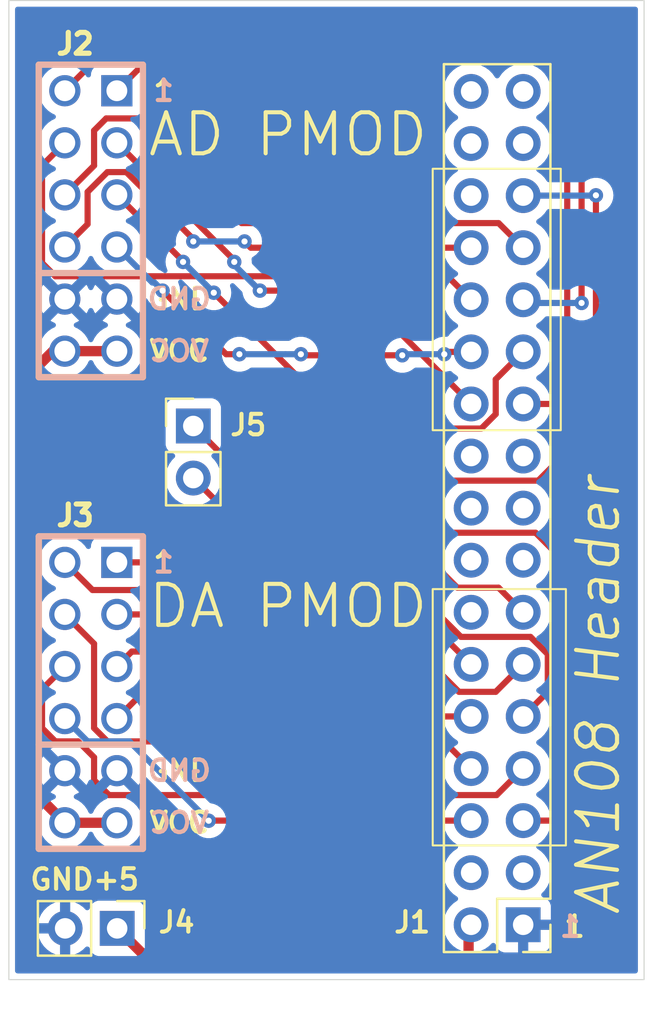
<source format=kicad_pcb>
(kicad_pcb (version 20240108) (generator "pcbnew") (generator_version "8.0")
  (layers (0 "F.Cu" signal) (31 "B.Cu" power) (34 "B.Paste" user) (35 "F.Paste" user) (36 "B.SilkS" user "B.Silkscreen") (37 "F.SilkS" user "F.Silkscreen") (38 "B.Mask" user) (39 "F.Mask" user) (44 "Edge.Cuts" user))
  (net 0 "")
  (net 3 "da_7")
  (net 4 "GND")
  (net 5 "da_6")
  (net 6 "+5V")
  (net 9 "da_clk")
  (net 11 "ad_6")
  (net 13 "ad_4")
  (net 14 "ad_3")
  (net 15 "da_3")
  (net 16 "ad_7")
  (net 19 "da_5")
  (net 20 "da_0")
  (net 22 "ad_1")
  (net 24 "da_4")
  (net 25 "ad_2")
  (net 26 "da_2")
  (net 28 "ad_0")
  (net 31 "ad_5")
  (net 33 "ad_clk")
  (net 34 "da_1")
  (net 35 "+3.3V")
  (footprint "Library:pmod_pin_array_6x2" (layer "F.Cu") (at 130.565 103.045)
    (property "Reference" "J3" (at -0.762 -8.636 0) (layer "F.SilkS") (effects (font (size 1.016 1.016) (thickness 0.254))))
    (property "Value" "DA_PMOD" (hide yes))
    (fp_line (start -2.54 -7.62) (end -2.54 7.62) (stroke (width 0.3048)) (layer "B.SilkS"))
    (fp_line (start -2.54 7.62) (end 2.54 7.62) (stroke (width 0.3048)) (layer "B.SilkS"))
    (fp_line (start 2.54 -7.62) (end -2.54 -7.62) (stroke (width 0.3048)) (layer "B.SilkS"))
    (fp_line (start 2.54 2.54) (end -2.54 2.54) (stroke (width 0.3048)) (layer "B.SilkS"))
    (fp_line (start 2.54 7.62) (end 2.54 -7.62) (stroke (width 0.3048)) (layer "B.SilkS"))
    (fp_line (start -2.54 -7.62) (end -2.54 7.62) (stroke (width 0.3048)) (layer "F.SilkS"))
    (fp_line (start -2.54 7.62) (end 2.54 7.62) (stroke (width 0.3048)) (layer "F.SilkS"))
    (fp_line (start 2.54 -7.62) (end -2.54 -7.62) (stroke (width 0.3048)) (layer "F.SilkS"))
    (fp_line (start 2.54 2.54) (end -2.54 2.54) (stroke (width 0.3048)) (layer "F.SilkS"))
    (fp_line (start 2.54 7.62) (end 2.54 -7.62) (stroke (width 0.3048)) (layer "F.SilkS"))
    (fp_text user "VCC" (at 4.318 6.35 0) (layer "B.SilkS") (effects (font (thickness 0.2)) (justify mirror)))
    (fp_text user "GND" (at 4.318 3.81 0) (layer "B.SilkS") (effects (font (thickness 0.2)) (justify mirror)))
    (fp_text user "1" (at 3.556 -6.35 0) (layer "B.SilkS") (effects (font (thickness 0.2)) (justify mirror)))
    (fp_text user "GND" (at 4.318 3.81 0) (layer "F.SilkS") (effects (font (thickness 0.2))))
    (fp_text user "1" (at 3.556 -6.35 0) (layer "F.SilkS") (effects (font (thickness 0.2))))
    (fp_text user "VCC" (at 4.318 6.35 0) (layer "F.SilkS") (effects (font (thickness 0.2))))
    (pad "1" thru_hole rect (at 1.27 -6.35) (size 1.524 1.524) (drill 1.016) (layers "*.Cu" "*.Mask") (net 20 "da_0"))
    (pad "2" thru_hole circle (at 1.27 -3.81 270) (size 1.524 1.524) (drill 1.016) (layers "*.Cu" "*.Mask") (net 34 "da_1"))
    (pad "3" thru_hole circle (at 1.27 -1.27 270) (size 1.524 1.524) (drill 1.016) (layers "*.Cu" "*.Mask") (net 26 "da_2"))
    (pad "4" thru_hole circle (at 1.27 1.27 270) (size 1.524 1.524) (drill 1.016) (layers "*.Cu" "*.Mask") (net 15 "da_3"))
    (pad "5" thru_hole circle (at 1.27 3.81 270) (size 1.524 1.524) (drill 1.016) (layers "*.Cu" "*.Mask") (net 4 "GND"))
    (pad "6" thru_hole circle (at 1.27 6.35 270) (size 1.524 1.524) (drill 1.016) (layers "*.Cu" "*.Mask") (net 35 "+3.3V"))
    (pad "7" thru_hole circle (at -1.27 -6.35 270) (size 1.524 1.524) (drill 1.016) (layers "*.Cu" "*.Mask") (net 24 "da_4"))
    (pad "8" thru_hole circle (at -1.27 -3.81 270) (size 1.524 1.524) (drill 1.016) (layers "*.Cu" "*.Mask") (net 19 "da_5"))
    (pad "9" thru_hole circle (at -1.27 -1.27 270) (size 1.524 1.524) (drill 1.016) (layers "*.Cu" "*.Mask") (net 5 "da_6"))
    (pad "10" thru_hole circle (at -1.27 1.27 270) (size 1.524 1.524) (drill 1.016) (layers "*.Cu" "*.Mask") (net 3 "da_7"))
    (pad "11" thru_hole circle (at -1.27 3.81 270) (size 1.524 1.524) (drill 1.016) (layers "*.Cu" "*.Mask") (net 4 "GND"))
    (pad "12" thru_hole circle (at -1.27 6.35 270) (size 1.524 1.524) (drill 1.016) (layers "*.Cu" "*.Mask") (net 35 "+3.3V"))
  )
  (footprint "Connector_PinHeader_2.54mm:PinHeader_2x17_P2.54mm_Vertical" (layer "F.Cu") (at 151.665 114.37 180)
    (property "Reference" "J1" (at 5.415 0.12 180) (layer "F.SilkS") (effects (font (thickness 0.2) (bold yes))))
    (property "Value" "AN108 Header")
    (fp_line (start 3.87 -1.33) (end 3.87 41.97) (stroke (width 0.12)) (layer "F.SilkS"))
    (fp_line (start 1.27 1.27) (end 1.27 -1.33) (stroke (width 0.12)) (layer "F.SilkS"))
    (fp_line (start 1.27 -1.33) (end 3.87 -1.33) (stroke (width 0.12)) (layer "F.SilkS"))
    (fp_line (start -1.33 41.97) (end 3.87 41.97) (stroke (width 0.12)) (layer "F.SilkS"))
    (fp_line (start -1.33 1.27) (end 1.27 1.27) (stroke (width 0.12)) (layer "F.SilkS"))
    (fp_line (start -1.33 1.27) (end -1.33 41.97) (stroke (width 0.12)) (layer "F.SilkS"))
    (fp_line (start -1.33 0) (end -1.33 -1.33) (stroke (width 0.12)) (layer "F.SilkS"))
    (fp_line (start -1.33 -1.33) (end 0 -1.33) (stroke (width 0.12)) (layer "F.SilkS"))
    (pad "1" thru_hole rect (at 0 0 180) (size 1.7 1.7) (drill 1) (layers "*.Cu" "*.Mask") (net 4 "GND"))
    (pad "2" thru_hole oval (at 2.54 0 180) (size 1.7 1.7) (drill 1) (layers "*.Cu" "*.Mask") (net 6 "+5V"))
    (pad "3" thru_hole oval (at 0 2.54 180) (size 1.7 1.7) (drill 1) (layers "*.Cu" "*.Mask"))
    (pad "4" thru_hole oval (at 2.54 2.54 180) (size 1.7 1.7) (drill 1) (layers "*.Cu" "*.Mask"))
    (pad "5" thru_hole oval (at 0 5.08 180) (size 1.7 1.7) (drill 1) (layers "*.Cu" "*.Mask") (net 9 "da_clk"))
    (pad "6" thru_hole oval (at 2.54 5.08 180) (size 1.7 1.7) (drill 1) (layers "*.Cu" "*.Mask") (net 3 "da_7"))
    (pad "7" thru_hole oval (at 0 7.62 180) (size 1.7 1.7) (drill 1) (layers "*.Cu" "*.Mask") (net 5 "da_6"))
    (pad "8" thru_hole oval (at 2.54 7.62 180) (size 1.7 1.7) (drill 1) (layers "*.Cu" "*.Mask") (net 19 "da_5"))
    (pad "9" thru_hole oval (at 0 10.16 180) (size 1.7 1.7) (drill 1) (layers "*.Cu" "*.Mask") (net 24 "da_4"))
    (pad "10" thru_hole oval (at 2.54 10.16 180) (size 1.7 1.7) (drill 1) (layers "*.Cu" "*.Mask") (net 15 "da_3"))
    (pad "11" thru_hole oval (at 0 12.7 180) (size 1.7 1.7) (drill 1) (layers "*.Cu" "*.Mask") (net 26 "da_2"))
    (pad "12" thru_hole oval (at 2.54 12.7 180) (size 1.7 1.7) (drill 1) (layers "*.Cu" "*.Mask") (net 34 "da_1"))
    (pad "13" thru_hole oval (at 0 15.24 180) (size 1.7 1.7) (drill 1) (layers "*.Cu" "*.Mask") (net 20 "da_0"))
    (pad "14" thru_hole oval (at 2.54 15.24 180) (size 1.7 1.7) (drill 1) (layers "*.Cu" "*.Mask"))
    (pad "15" thru_hole oval (at 0 17.78 180) (size 1.7 1.7) (drill 1) (layers "*.Cu" "*.Mask"))
    (pad "16" thru_hole oval (at 2.54 17.78 180) (size 1.7 1.7) (drill 1) (layers "*.Cu" "*.Mask"))
    (pad "17" thru_hole oval (at 0 20.32 180) (size 1.7 1.7) (drill 1) (layers "*.Cu" "*.Mask"))
    (pad "18" thru_hole oval (at 2.54 20.32 180) (size 1.7 1.7) (drill 1) (layers "*.Cu" "*.Mask"))
    (pad "19" thru_hole oval (at 0 22.86 180) (size 1.7 1.7) (drill 1) (layers "*.Cu" "*.Mask"))
    (pad "20" thru_hole oval (at 2.54 22.86 180) (size 1.7 1.7) (drill 1) (layers "*.Cu" "*.Mask"))
    (pad "21" thru_hole oval (at 0 25.4 180) (size 1.7 1.7) (drill 1) (layers "*.Cu" "*.Mask") (net 28 "ad_0"))
    (pad "22" thru_hole oval (at 2.54 25.4 180) (size 1.7 1.7) (drill 1) (layers "*.Cu" "*.Mask") (net 22 "ad_1"))
    (pad "23" thru_hole oval (at 0 27.94 180) (size 1.7 1.7) (drill 1) (layers "*.Cu" "*.Mask") (net 25 "ad_2"))
    (pad "24" thru_hole oval (at 2.54 27.94 180) (size 1.7 1.7) (drill 1) (layers "*.Cu" "*.Mask") (net 14 "ad_3"))
    (pad "25" thru_hole oval (at 0 30.48 180) (size 1.7 1.7) (drill 1) (layers "*.Cu" "*.Mask") (net 13 "ad_4"))
    (pad "26" thru_hole oval (at 2.54 30.48 180) (size 1.7 1.7) (drill 1) (layers "*.Cu" "*.Mask") (net 31 "ad_5"))
    (pad "27" thru_hole oval (at 0 33.02 180) (size 1.7 1.7) (drill 1) (layers "*.Cu" "*.Mask") (net 11 "ad_6"))
    (pad "28" thru_hole oval (at 2.54 33.02 180) (size 1.7 1.7) (drill 1) (layers "*.Cu" "*.Mask") (net 16 "ad_7"))
    (pad "29" thru_hole oval (at 0 35.56 180) (size 1.7 1.7) (drill 1) (layers "*.Cu" "*.Mask") (net 33 "ad_clk"))
    (pad "30" thru_hole oval (at 2.54 35.56 180) (size 1.7 1.7) (drill 1) (layers "*.Cu" "*.Mask"))
    (pad "31" thru_hole oval (at 0 38.1 180) (size 1.7 1.7) (drill 1) (layers "*.Cu" "*.Mask"))
    (pad "32" thru_hole oval (at 2.54 38.1 180) (size 1.7 1.7) (drill 1) (layers "*.Cu" "*.Mask"))
    (pad "33" thru_hole oval (at 0 40.64 180) (size 1.7 1.7) (drill 1) (layers "*.Cu" "*.Mask"))
    (pad "34" thru_hole oval (at 2.54 40.64 180) (size 1.7 1.7) (drill 1) (layers "*.Cu" "*.Mask"))
  )
  (footprint "Connector_PinHeader_2.54mm:PinHeader_1x02_P2.54mm_Vertical" (layer "F.Cu") (at 135.565 90.045)
    (property "Reference" "J5" (at 2.685 -0.045 0) (layer "F.SilkS") (effects (font (thickness 0.2))))
    (property "Value" "Conn_01x02")
    (fp_line (start -1.33 -1.33) (end 0 -1.33) (stroke (width 0.12)) (layer "F.SilkS"))
    (fp_line (start -1.33 0) (end -1.33 -1.33) (stroke (width 0.12)) (layer "F.SilkS"))
    (fp_line (start -1.33 1.27) (end -1.33 3.87) (stroke (width 0.12)) (layer "F.SilkS"))
    (fp_line (start -1.33 1.27) (end 1.33 1.27) (stroke (width 0.12)) (layer "F.SilkS"))
    (fp_line (start -1.33 3.87) (end 1.33 3.87) (stroke (width 0.12)) (layer "F.SilkS"))
    (fp_line (start 1.33 1.27) (end 1.33 3.87) (stroke (width 0.12)) (layer "F.SilkS"))
    (pad "1" thru_hole rect (at 0 0) (size 1.7 1.7) (drill 1) (layers "*.Cu" "*.Mask") (net 33 "ad_clk"))
    (pad "2" thru_hole oval (at 0 2.54) (size 1.7 1.7) (drill 1) (layers "*.Cu" "*.Mask") (net 9 "da_clk"))
  )
  (footprint "Connector_PinHeader_2.54mm:PinHeader_1x02_P2.54mm_Vertical" (layer "F.Cu") (at 131.85 114.545 -90)
    (property "Reference" "J4" (at -0.295 -2.9 0) (layer "F.SilkS") (effects (font (thickness 0.2))))
    (property "Value" "Conn_01x02")
    (fp_line (start -1.33 3.87) (end 1.33 3.87) (stroke (width 0.12)) (layer "F.SilkS"))
    (fp_line (start -1.33 1.27) (end -1.33 3.87) (stroke (width 0.12)) (layer "F.SilkS"))
    (fp_line (start -1.33 1.27) (end 1.33 1.27) (stroke (width 0.12)) (layer "F.SilkS"))
    (fp_line (start 1.33 1.27) (end 1.33 3.87) (stroke (width 0.12)) (layer "F.SilkS"))
    (fp_line (start -1.33 0) (end -1.33 -1.33) (stroke (width 0.12)) (layer "F.SilkS"))
    (fp_line (start -1.33 -1.33) (end 0 -1.33) (stroke (width 0.12)) (layer "F.SilkS"))
    (pad "1" thru_hole rect (at 0 0 270) (size 1.7 1.7) (drill 1) (layers "*.Cu" "*.Mask") (net 6 "+5V"))
    (pad "2" thru_hole oval (at 0 2.54 270) (size 1.7 1.7) (drill 1) (layers "*.Cu" "*.Mask") (net 4 "GND"))
  )
  (footprint "Library:pmod_pin_array_6x2" (layer "F.Cu") (at 130.565 80.045)
    (property "Reference" "J2" (at -0.762 -8.636 0) (layer "F.SilkS") (effects (font (size 1.016 1.016) (thickness 0.254))))
    (property "Value" "AD PMOD" (hide yes))
    (fp_line (start -2.54 -7.62) (end -2.54 7.62) (stroke (width 0.3048)) (layer "B.SilkS"))
    (fp_line (start -2.54 7.62) (end 2.54 7.62) (stroke (width 0.3048)) (layer "B.SilkS"))
    (fp_line (start 2.54 -7.62) (end -2.54 -7.62) (stroke (width 0.3048)) (layer "B.SilkS"))
    (fp_line (start 2.54 2.54) (end -2.54 2.54) (stroke (width 0.3048)) (layer "B.SilkS"))
    (fp_line (start 2.54 7.62) (end 2.54 -7.62) (stroke (width 0.3048)) (layer "B.SilkS"))
    (fp_line (start -2.54 -7.62) (end -2.54 7.62) (stroke (width 0.3048)) (layer "F.SilkS"))
    (fp_line (start -2.54 7.62) (end 2.54 7.62) (stroke (width 0.3048)) (layer "F.SilkS"))
    (fp_line (start 2.54 -7.62) (end -2.54 -7.62) (stroke (width 0.3048)) (layer "F.SilkS"))
    (fp_line (start 2.54 2.54) (end -2.54 2.54) (stroke (width 0.3048)) (layer "F.SilkS"))
    (fp_line (start 2.54 7.62) (end 2.54 -7.62) (stroke (width 0.3048)) (layer "F.SilkS"))
    (fp_text user "GND" (at 4.318 3.81 0) (layer "B.SilkS") (effects (font (thickness 0.2)) (justify mirror)))
    (fp_text user "VCC" (at 4.318 6.35 0) (layer "B.SilkS") (effects (font (thickness 0.2)) (justify mirror)))
    (fp_text user "1" (at 3.556 -6.35 0) (layer "B.SilkS") (effects (font (thickness 0.2)) (justify mirror)))
    (fp_text user "VCC" (at 4.318 6.35 0) (layer "F.SilkS") (effects (font (thickness 0.2))))
    (fp_text user "1" (at 3.556 -6.35 0) (layer "F.SilkS") (effects (font (thickness 0.2))))
    (fp_text user "GND" (at 4.318 3.81 0) (layer "F.SilkS") (effects (font (thickness 0.2))))
    (pad "1" thru_hole rect (at 1.27 -6.35) (size 1.524 1.524) (drill 1.016) (layers "*.Cu" "*.Mask") (net 28 "ad_0"))
    (pad "2" thru_hole circle (at 1.27 -3.81 270) (size 1.524 1.524) (drill 1.016) (layers "*.Cu" "*.Mask") (net 22 "ad_1"))
    (pad "3" thru_hole circle (at 1.27 -1.27 270) (size 1.524 1.524) (drill 1.016) (layers "*.Cu" "*.Mask") (net 25 "ad_2"))
    (pad "4" thru_hole circle (at 1.27 1.27 270) (size 1.524 1.524) (drill 1.016) (layers "*.Cu" "*.Mask") (net 14 "ad_3"))
    (pad "5" thru_hole circle (at 1.27 3.81 270) (size 1.524 1.524) (drill 1.016) (layers "*.Cu" "*.Mask") (net 4 "GND"))
    (pad "6" thru_hole circle (at 1.27 6.35 270) (size 1.524 1.524) (drill 1.016) (layers "*.Cu" "*.Mask") (net 35 "+3.3V"))
    (pad "7" thru_hole circle (at -1.27 -6.35 270) (size 1.524 1.524) (drill 1.016) (layers "*.Cu" "*.Mask") (net 13 "ad_4"))
    (pad "8" thru_hole circle (at -1.27 -3.81 270) (size 1.524 1.524) (drill 1.016) (layers "*.Cu" "*.Mask") (net 31 "ad_5"))
    (pad "9" thru_hole circle (at -1.27 -1.27 270) (size 1.524 1.524) (drill 1.016) (layers "*.Cu" "*.Mask") (net 11 "ad_6"))
    (pad "10" thru_hole circle (at -1.27 1.27 270) (size 1.524 1.524) (drill 1.016) (layers "*.Cu" "*.Mask") (net 16 "ad_7"))
    (pad "11" thru_hole circle (at -1.27 3.81 270) (size 1.524 1.524) (drill 1.016) (layers "*.Cu" "*.Mask") (net 4 "GND"))
    (pad "12" thru_hole circle (at -1.27 6.35 270) (size 1.524 1.524) (drill 1.016) (layers "*.Cu" "*.Mask") (net 35 "+3.3V"))
  )
  (gr_rect (start 147.25 98) (end 153.75 110.5) (stroke (width 0.1)) (fill none) (layer "F.SilkS"))
  (gr_rect (start 147.25 77.5) (end 153.5 90.25) (stroke (width 0.1)) (fill none) (layer "F.SilkS"))
  (gr_rect (start 126.565 69.295) (end 157.565 117.045) (stroke (width 0.05)) (fill none) (layer "Edge.Cuts"))
  (gr_text "1" (at 154.565 115.045 0) (layer "B.SilkS") (effects (font (size 1 1) (thickness 0.2)) (justify left bottom mirror)))
  (gr_text "AD PMOD" (at 133.25 77 0) (layer "F.SilkS") (effects (font (size 2 2) (thickness 0.2) (bold yes)) (justify left bottom)))
  (gr_text "+5" (at 130.575 112.745 0) (layer "F.SilkS") (effects (font (size 1 1) (thickness 0.2) (bold yes)) (justify left bottom)))
  (gr_text "AN108 Header" (at 156.5 114 90) (layer "F.SilkS") (effects (font (size 2 2) (thickness 0.2) (italic yes)) (justify left bottom)))
  (gr_text "GND" (at 127.5 112.745 0) (layer "F.SilkS") (effects (font (size 1 1) (thickness 0.2) (bold yes)) (justify left bottom)))
  (gr_text "1" (at 153.565 115.045 0) (layer "F.SilkS") (effects (font (size 1 1) (thickness 0.2)) (justify left bottom)))
  (gr_text "DA PMOD" (at 133.25 100 0) (layer "F.SilkS") (effects (font (size 2 2) (thickness 0.2)) (justify left bottom)))
  (segment (start 136.32 109.29) (end 149.125 109.29) (width 0.3) (layer "F.Cu") (net 3))
  (segment (start 136.315 109.295) (end 136.32 109.29) (width 0.3) (layer "F.Cu") (net 3))
  (via (at 136.315 109.295) (size 0.7) (drill 0.3) (layers "F.Cu" "B.Cu") (net 3))
  (segment (start 132.447 105.427) (end 136.315 109.295) (width 0.3) (layer "B.Cu") (net 3))
  (segment (start 130.407 105.427) (end 132.447 105.427) (width 0.3) (layer "B.Cu") (net 3))
  (segment (start 129.295 104.315) (end 130.407 105.427) (width 0.3) (layer "B.Cu") (net 3))
  (segment (start 150.37 108.045) (end 151.665 106.75) (width 0.3) (layer "F.Cu") (net 5))
  (segment (start 129.947 105.427) (end 130.723 106.203) (width 0.3) (layer "F.Cu") (net 5))
  (segment (start 128.183 104.775606) (end 128.834394 105.427) (width 0.3) (layer "F.Cu") (net 5))
  (segment (start 130.723 107.315606) (end 131.452394 108.045) (width 0.3) (layer "F.Cu") (net 5))
  (segment (start 128.834394 105.427) (end 129.947 105.427) (width 0.3) (layer "F.Cu") (net 5))
  (segment (start 130.723 106.203) (end 130.723 107.315606) (width 0.3) (layer "F.Cu") (net 5))
  (segment (start 129.295 101.775) (end 128.183 102.887) (width 0.3) (layer "F.Cu") (net 5))
  (segment (start 128.183 102.887) (end 128.183 104.775606) (width 0.3) (layer "F.Cu") (net 5))
  (segment (start 131.452394 108.045) (end 150.37 108.045) (width 0.3) (layer "F.Cu") (net 5))
  (segment (start 149 116) (end 149 114.495) (width 0.5) (layer "F.Cu") (net 6))
  (segment (start 149 114.495) (end 149.125 114.37) (width 0.5) (layer "F.Cu") (net 6))
  (segment (start 131.85 114.545) (end 133.305 116) (width 0.5) (layer "F.Cu") (net 6))
  (segment (start 133.305 116) (end 149 116) (width 0.5) (layer "F.Cu") (net 6))
  (segment (start 138.23 95.25) (end 152.27 95.25) (width 0.3) (layer "F.Cu") (net 9))
  (segment (start 152.27 95.25) (end 153.565 96.545) (width 0.3) (layer "F.Cu") (net 9))
  (segment (start 153.565 109.045) (end 153.32 109.29) (width 0.3) (layer "F.Cu") (net 9))
  (segment (start 135.565 92.585) (end 138.23 95.25) (width 0.3) (layer "F.Cu") (net 9))
  (segment (start 153.32 109.29) (end 151.665 109.29) (width 0.3) (layer "F.Cu") (net 9))
  (segment (start 153.565 96.545) (end 153.565 109.045) (width 0.3) (layer "F.Cu") (net 9))
  (segment (start 130.723 75.637) (end 131.315 75.045) (width 0.3) (layer "F.Cu") (net 11))
  (segment (start 130.723 77.347) (end 130.723 75.637) (width 0.3) (layer "F.Cu") (net 11))
  (segment (start 150.465 80.15) (end 151.665 81.35) (width 0.3) (layer "F.Cu") (net 11))
  (segment (start 137.92 80.15) (end 150.465 80.15) (width 0.3) (layer "F.Cu") (net 11))
  (segment (start 132.815 75.045) (end 137.92 80.15) (width 0.3) (layer "F.Cu") (net 11))
  (segment (start 129.295 78.775) (end 130.723 77.347) (width 0.3) (layer "F.Cu") (net 11))
  (segment (start 131.315 75.045) (end 132.815 75.045) (width 0.3) (layer "F.Cu") (net 11))
  (segment (start 154.065 71.045) (end 154.515 71.495) (width 0.3) (layer "F.Cu") (net 13))
  (segment (start 154.515 71.495) (end 154.515 84.045) (width 0.3) (layer "F.Cu") (net 13))
  (segment (start 129.295 73.695) (end 131.945 71.045) (width 0.3) (layer "F.Cu") (net 13))
  (segment (start 131.945 71.045) (end 154.065 71.045) (width 0.3) (layer "F.Cu") (net 13))
  (via (at 154.515 84.045) (size 0.7) (drill 0.3) (layers "F.Cu" "B.Cu") (net 13))
  (segment (start 151.82 84.045) (end 151.665 83.89) (width 0.3) (layer "B.Cu") (net 13))
  (segment (start 154.515 84.045) (end 151.82 84.045) (width 0.3) (layer "B.Cu") (net 13))
  (segment (start 145.762525 86.597475) (end 140.867475 86.597475) (width 0.3) (layer "F.Cu") (net 14))
  (segment (start 140.867475 86.597475) (end 140.815 86.545) (width 0.3) (layer "F.Cu") (net 14))
  (segment (start 137.815 86.545) (end 137.167 86.545) (width 0.3) (layer "F.Cu") (net 14))
  (segment (start 147.93 86.43) (end 147.815 86.545) (width 0.3) (layer "F.Cu") (net 14))
  (segment (start 149.125 86.43) (end 147.93 86.43) (width 0.3) (layer "F.Cu") (net 14))
  (segment (start 137.167 86.545) (end 134.065 83.443) (width 0.3) (layer "F.Cu") (net 14))
  (via (at 140.815 86.545) (size 0.7) (drill 0.3) (layers "F.Cu" "B.Cu") (net 14))
  (via (at 134.065 83.443) (size 0.7) (drill 0.3) (layers "F.Cu" "B.Cu") (net 14))
  (via (at 147.815 86.545) (size 0.7) (drill 0.3) (layers "F.Cu" "B.Cu") (net 14))
  (via (at 145.762525 86.597475) (size 0.7) (drill 0.3) (layers "F.Cu" "B.Cu") (net 14))
  (via (at 137.815 86.545) (size 0.7) (drill 0.3) (layers "F.Cu" "B.Cu") (net 14))
  (segment (start 140.065 86.545) (end 137.815 86.545) (width 0.3) (layer "B.Cu") (net 14))
  (segment (start 147.815 86.545) (end 145.815 86.545) (width 0.3) (layer "B.Cu") (net 14))
  (segment (start 133.667 83.045) (end 133.565 83.045) (width 0.3) (layer "B.Cu") (net 14))
  (segment (start 145.815 86.545) (end 145.762525 86.597475) (width 0.3) (layer "B.Cu") (net 14))
  (segment (start 140.815 86.545) (end 140.065 86.545) (width 0.3) (layer "B.Cu") (net 14))
  (segment (start 133.565 83.045) (end 131.835 81.315) (width 0.3) (layer "B.Cu") (net 14))
  (segment (start 134.065 83.443) (end 133.667 83.045) (width 0.3) (layer "B.Cu") (net 14))
  (segment (start 131.835 104.315) (end 133.105 103.045) (width 0.3) (layer "F.Cu") (net 15))
  (segment (start 145.565 103.045) (end 146.73 104.21) (width 0.3) (layer "F.Cu") (net 15))
  (segment (start 146.73 104.21) (end 149.125 104.21) (width 0.3) (layer "F.Cu") (net 15))
  (segment (start 133.105 103.045) (end 145.565 103.045) (width 0.3) (layer "F.Cu") (net 15))
  (segment (start 135.565 80.932394) (end 135.565 81.045) (width 0.3) (layer "F.Cu") (net 16))
  (segment (start 131.374394 77.663) (end 132.295606 77.663) (width 0.3) (layer "F.Cu") (net 16))
  (segment (start 129.295 81.315) (end 130.407 80.203) (width 0.3) (layer "F.Cu") (net 16))
  (segment (start 130.407 78.630394) (end 131.374394 77.663) (width 0.3) (layer "F.Cu") (net 16))
  (segment (start 138.37 81.35) (end 149.125 81.35) (width 0.3) (layer "F.Cu") (net 16))
  (segment (start 132.295606 77.663) (end 135.565 80.932394) (width 0.3) (layer "F.Cu") (net 16))
  (segment (start 138.065 81.045) (end 138.37 81.35) (width 0.3) (layer "F.Cu") (net 16))
  (segment (start 130.407 80.203) (end 130.407 78.630394) (width 0.3) (layer "F.Cu") (net 16))
  (via (at 135.565 81.045) (size 0.7) (drill 0.3) (layers "F.Cu" "B.Cu") (net 16))
  (via (at 138.065 81.045) (size 0.7) (drill 0.3) (layers "F.Cu" "B.Cu") (net 16))
  (segment (start 135.565 81.045) (end 138.065 81.045) (width 0.3) (layer "B.Cu") (net 16))
  (segment (start 131.374394 105.427) (end 147.802 105.427) (width 0.3) (layer "F.Cu") (net 19))
  (segment (start 130.723 100.663) (end 130.723 104.775606) (width 0.3) (layer "F.Cu") (net 19))
  (segment (start 147.802 105.427) (end 149.125 106.75) (width 0.3) (layer "F.Cu") (net 19))
  (segment (start 129.295 99.235) (end 130.723 100.663) (width 0.3) (layer "F.Cu") (net 19))
  (segment (start 130.723 104.775606) (end 131.374394 105.427) (width 0.3) (layer "F.Cu") (net 19))
  (segment (start 148.45 97.93) (end 150.465 97.93) (width 0.3) (layer "F.Cu") (net 20))
  (segment (start 147.215 96.695) (end 148.45 97.93) (width 0.3) (layer "F.Cu") (net 20))
  (segment (start 150.465 97.93) (end 151.665 99.13) (width 0.3) (layer "F.Cu") (net 20))
  (segment (start 131.835 96.695) (end 147.215 96.695) (width 0.3) (layer "F.Cu") (net 20))
  (segment (start 137.565 81.965) (end 137.565 82.043) (width 0.3) (layer "F.Cu") (net 22))
  (segment (start 138.815 83.443) (end 143.598 83.443) (width 0.3) (layer "F.Cu") (net 22))
  (segment (start 143.598 83.443) (end 149.125 88.97) (width 0.3) (layer "F.Cu") (net 22))
  (segment (start 131.835 76.235) (end 137.565 81.965) (width 0.3) (layer "F.Cu") (net 22))
  (via (at 138.815 83.443) (size 0.7) (drill 0.3) (layers "F.Cu" "B.Cu") (net 22))
  (via (at 137.565 82.043) (size 0.7) (drill 0.3) (layers "F.Cu" "B.Cu") (net 22))
  (segment (start 137.565 82.043) (end 137.565 82.193) (width 0.3) (layer "B.Cu") (net 22))
  (segment (start 137.565 82.193) (end 138.815 83.443) (width 0.3) (layer "B.Cu") (net 22))
  (segment (start 152.022057 100.33) (end 152.865 101.172943) (width 0.3) (layer "F.Cu") (net 24))
  (segment (start 148.627943 100.33) (end 152.022057 100.33) (width 0.3) (layer "F.Cu") (net 24))
  (segment (start 152.865 103.01) (end 151.665 104.21) (width 0.3) (layer "F.Cu") (net 24))
  (segment (start 152.865 101.172943) (end 152.865 103.01) (width 0.3) (layer "F.Cu") (net 24))
  (segment (start 146.342943 98.045) (end 130.645 98.045) (width 0.3) (layer "F.Cu") (net 24))
  (segment (start 148.627943 100.33) (end 146.342943 98.045) (width 0.3) (layer "F.Cu") (net 24))
  (segment (start 129.295 96.695) (end 130.645 98.045) (width 0.3) (layer "F.Cu") (net 24))
  (segment (start 150.325 87.77) (end 151.665 86.43) (width 0.3) (layer "F.Cu") (net 25))
  (segment (start 149.622057 90.17) (end 150.325 89.467057) (width 0.3) (layer "F.Cu") (net 25))
  (segment (start 136.565 83.545) (end 143.19 90.17) (width 0.3) (layer "F.Cu") (net 25))
  (segment (start 131.835 78.775) (end 135.065 82.005) (width 0.3) (layer "F.Cu") (net 25))
  (segment (start 135.065 82.005) (end 135.065 82.043) (width 0.3) (layer "F.Cu") (net 25))
  (segment (start 143.19 90.17) (end 149.622057 90.17) (width 0.3) (layer "F.Cu") (net 25))
  (segment (start 150.325 89.467057) (end 150.325 87.77) (width 0.3) (layer "F.Cu") (net 25))
  (via (at 136.565 83.545) (size 0.7) (drill 0.3) (layers "F.Cu" "B.Cu") (net 25))
  (via (at 135.065 82.043) (size 0.7) (drill 0.3) (layers "F.Cu" "B.Cu") (net 25))
  (segment (start 135.065 82.045) (end 136.565 83.545) (width 0.3) (layer "B.Cu") (net 25))
  (segment (start 135.065 82.043) (end 135.065 82.045) (width 0.3) (layer "B.Cu") (net 25))
  (segment (start 146.565 101.045) (end 148.53 103.01) (width 0.3) (layer "F.Cu") (net 26))
  (segment (start 132.565 101.045) (end 146.565 101.045) (width 0.3) (layer "F.Cu") (net 26))
  (segment (start 131.835 101.775) (end 132.565 101.045) (width 0.3) (layer "F.Cu") (net 26))
  (segment (start 150.325 103.01) (end 151.665 101.67) (width 0.3) (layer "F.Cu") (net 26))
  (segment (start 148.53 103.01) (end 150.325 103.01) (width 0.3) (layer "F.Cu") (net 26))
  (segment (start 153.815 71.545) (end 153.815 88.545) (width 0.3) (layer "F.Cu") (net 28))
  (segment (start 153.815 88.545) (end 153.39 88.97) (width 0.3) (layer "F.Cu") (net 28))
  (segment (start 131.835 73.695) (end 133.985 71.545) (width 0.3) (layer "F.Cu") (net 28))
  (segment (start 153.39 88.97) (end 151.665 88.97) (width 0.3) (layer "F.Cu") (net 28))
  (segment (start 133.985 71.545) (end 153.815 71.545) (width 0.3) (layer "F.Cu") (net 28))
  (segment (start 128.834394 82.743) (end 147.978 82.743) (width 0.3) (layer "F.Cu") (net 31))
  (segment (start 129.295 76.235) (end 128.183 77.347) (width 0.3) (layer "F.Cu") (net 31))
  (segment (start 128.183 82.091606) (end 128.834394 82.743) (width 0.3) (layer "F.Cu") (net 31))
  (segment (start 128.183 77.347) (end 128.183 82.091606) (width 0.3) (layer "F.Cu") (net 31))
  (segment (start 147.978 82.743) (end 149.125 83.89) (width 0.3) (layer "F.Cu") (net 31))
  (segment (start 151.9 79.045) (end 151.665 78.81) (width 0.3) (layer "F.Cu") (net 33))
  (segment (start 155.215 89.895) (end 155.215 78.795) (width 0.3) (layer "F.Cu") (net 33))
  (segment (start 135.565 90.045) (end 138.23 92.71) (width 0.3) (layer "F.Cu") (net 33))
  (segment (start 152.4 92.71) (end 155.215 89.895) (width 0.3) (layer "F.Cu") (net 33))
  (segment (start 138.23 92.71) (end 152.4 92.71) (width 0.3) (layer "F.Cu") (net 33))
  (via (at 155.215 78.795) (size 0.7) (drill 0.3) (layers "F.Cu" "B.Cu") (net 33))
  (segment (start 155.2 78.81) (end 155.215 78.795) (width 0.3) (layer "B.Cu") (net 33))
  (segment (start 151.665 78.81) (end 155.2 78.81) (width 0.3) (layer "B.Cu") (net 33))
  (segment (start 131.835 99.235) (end 146.69 99.235) (width 0.3) (layer "F.Cu") (net 34))
  (segment (start 146.69 99.235) (end 149.125 101.67) (width 0.3) (layer "F.Cu") (net 34))
  (segment (start 129.295 109.395) (end 127.583 107.683) (width 0.5) (layer "F.Cu") (net 35))
  (segment (start 131.835 109.395) (end 129.295 109.395) (width 0.5) (layer "F.Cu") (net 35))
  (segment (start 128.715 86.395) (end 129.295 86.395) (width 0.5) (layer "F.Cu") (net 35))
  (segment (start 131.835 86.395) (end 129.295 86.395) (width 0.5) (layer "F.Cu") (net 35))
  (segment (start 127.583 87.527) (end 128.715 86.395) (width 0.5) (layer "F.Cu") (net 35))
  (segment (start 127.583 107.683) (end 127.583 87.527) (width 0.5) (layer "F.Cu") (net 35))
  (zone (net 4) (net_name "GND") (layer "B.Cu") (connect_pads (clearance 0.5)) (min_thickness 0.25) (fill yes (thermal_gap 0.5) (thermal_bridge_width 0.5))
    (polygon (pts (xy 126.565 69.295) (xy 157.815 69.295) (xy 157.815 117.045) (xy 126.565 117.045)))
  )
)
</source>
